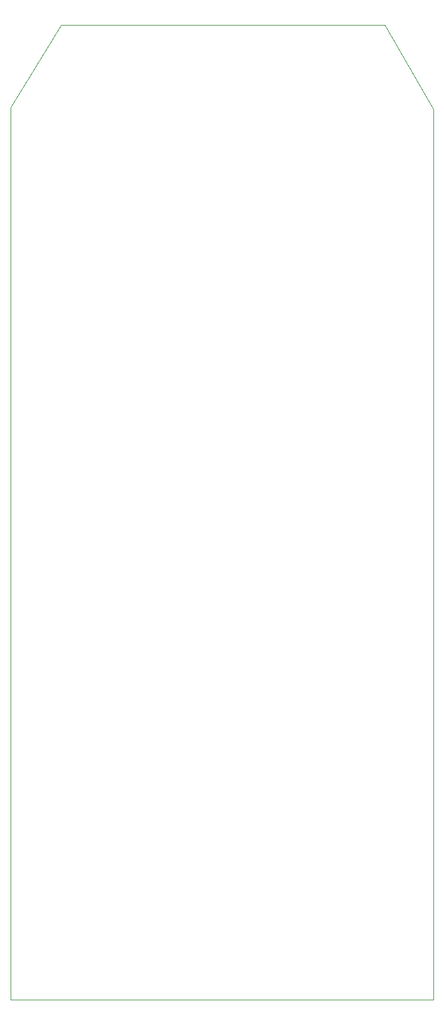
<source format=gbr>
%TF.GenerationSoftware,KiCad,Pcbnew,(5.1.8)-1*%
%TF.CreationDate,2021-05-23T23:23:44-05:00*%
%TF.ProjectId,CircuitBoardV2,43697263-7569-4744-926f-61726456322e,rev?*%
%TF.SameCoordinates,Original*%
%TF.FileFunction,Profile,NP*%
%FSLAX46Y46*%
G04 Gerber Fmt 4.6, Leading zero omitted, Abs format (unit mm)*
G04 Created by KiCad (PCBNEW (5.1.8)-1) date 2021-05-23 23:23:44*
%MOMM*%
%LPD*%
G01*
G04 APERTURE LIST*
%TA.AperFunction,Profile*%
%ADD10C,0.050000*%
%TD*%
G04 APERTURE END LIST*
D10*
X98298000Y-54356000D02*
X98298000Y-175514000D01*
X105156000Y-43180000D02*
X98298000Y-54356000D01*
X149098000Y-43180000D02*
X105156000Y-43180000D01*
X155702000Y-54610000D02*
X149098000Y-43180000D01*
X155702000Y-175514000D02*
X155702000Y-54610000D01*
X98298000Y-175514000D02*
X155702000Y-175514000D01*
M02*

</source>
